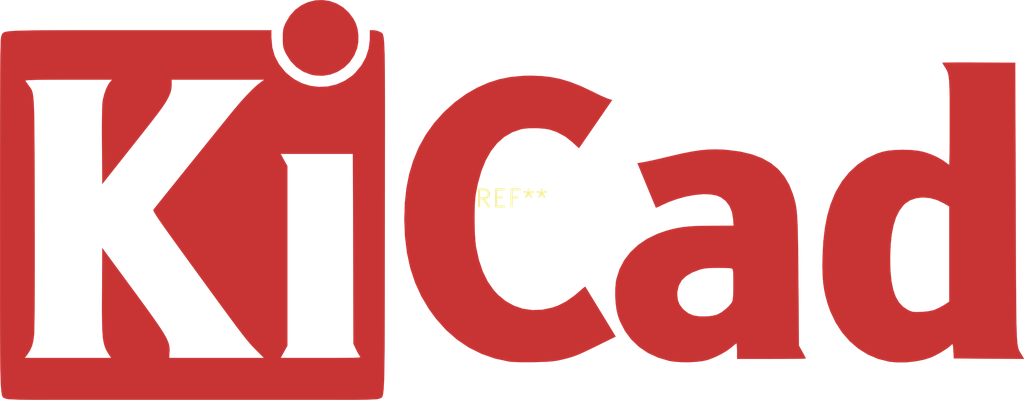
<source format=kicad_pcb>
(kicad_pcb (version 20240108) (generator pcbnew)
  (layers (0 "F.Cu" signal) (31 "B.Cu" signal) (34 "B.Paste" user) (35 "F.Paste" user) (36 "B.SilkS" user "B.Silkscreen") (37 "F.SilkS" user "F.Silkscreen") (38 "B.Mask" user) (39 "F.Mask" user) (44 "Edge.Cuts" user))
  (net 0 "")
  (footprint "KiCad-Logo_30mm_Copper" (layer "F.Cu") (at 0 0)
    (property "Reference" "REF**")
    (property "Value" "KiCad-Logo_30mm_Copper")
    (fp_poly (pts (xy -13.557109 -14.737889) (xy -13.044354 -14.560106) (xy -12.56696 -14.280276) (xy -12.140606 -13.898436) (xy -11.780967 -13.414623) (xy -11.619417 -13.109677) (xy -11.479604 -12.683142) (xy -11.411836 -12.190723) (xy -11.419342 -11.684487) (xy -11.502665 -11.225751) (xy -11.730403 -10.66519) (xy -12.060644 -10.178944) (xy -12.476602 -9.776581) (xy -12.961493 -9.467667) (xy -13.498533 -9.261769) (xy -14.070936 -9.168456) (xy -14.661917 -9.197295) (xy -14.953225 -9.258925) (xy -15.520961 -9.479772) (xy -16.025202 -9.816775) (xy -16.453785 -10.259541) (xy -16.794548 -10.797683) (xy -16.823378 -10.856451) (xy -16.923042 -11.076987) (xy -16.98562 -11.262724) (xy -17.019596 -11.458662) (xy -17.033453 -11.7098) (xy -17.035752 -11.983064) (xy -17.031949 -12.311378) (xy -17.014784 -12.548726) (xy -16.975623 -12.740618) (xy -16.90583 -12.932565) (xy -16.81968 -13.121941) (xy -16.498342 -13.659524) (xy -16.102628 -14.0948) (xy -15.648215 -14.427808) (xy -15.15078 -14.658584) (xy -14.625999 -14.787165) (xy -14.08955 -14.813587) (xy -13.557109 -14.737889)) (layer "F.Cu") (stroke (width 0.01)) (fill solid))
    (fp_poly (pts (xy 2.187983 -9.148056) (xy 2.924267 -9.067451) (xy 3.6376 -8.923176) (xy 4.357002 -8.707706) (xy 5.111491 -8.413516) (xy 5.930086 -8.033081) (xy 6.077505 -7.959391) (xy 6.415811 -7.792725) (xy 6.73488 -7.642651) (xy 7.00322 -7.523502) (xy 7.189342 -7.449612) (xy 7.217934 -7.440309) (xy 7.491936 -7.358215) (xy 6.26539 -5.573866) (xy 5.965516 -5.137762) (xy 5.691348 -4.739324) (xy 5.452209 -4.392079) (xy 5.257424 -4.109554) (xy 5.116314 -3.905275) (xy 5.038205 -3.792771) (xy 5.025515 -3.774954) (xy 4.973973 -3.812207) (xy 4.847099 -3.924198) (xy 4.667586 -4.090586) (xy 4.568516 -4.184631) (xy 4.007208 -4.63108) (xy 3.376817 -4.97033) (xy 2.833603 -5.156156) (xy 2.507519 -5.214517) (xy 2.099234 -5.250081) (xy 1.656768 -5.262189) (xy 1.228141 -5.250184) (xy 0.861373 -5.213404) (xy 0.715018 -5.185236) (xy 0.055369 -4.958288) (xy -0.539053 -4.61176) (xy -1.067809 -4.146287) (xy -1.530458 -3.562502) (xy -1.92656 -2.861039) (xy -2.255675 -2.042531) (xy -2.517363 -1.107613) (xy -2.672887 -0.307258) (xy -2.713462 0.046067) (xy -2.741108 0.502511) (xy -2.756091 1.029274) (xy -2.75868 1.593556) (xy -2.74914 2.162555) (xy -2.72774 2.703472) (xy -2.694745 3.183507) (xy -2.650424 3.569857) (xy -2.64083 3.629466) (xy -2.429372 4.589652) (xy -2.14126 5.439459) (xy -1.774741 6.182696) (xy -1.328063 6.82317) (xy -1.010999 7.169439) (xy -0.441185 7.63957) (xy 0.183721 7.988052) (xy 0.853177 8.212989) (xy 1.556642 8.312485) (xy 2.283575 8.284643) (xy 3.023434 8.127567) (xy 3.460851 7.973868) (xy 4.066166 7.666092) (xy 4.690052 7.224593) (xy 5.039525 6.926031) (xy 5.235755 6.753228) (xy 5.389927 6.626448) (xy 5.477683 6.56536) (xy 5.488576 6.563495) (xy 5.527745 6.625918) (xy 5.629233 6.790871) (xy 5.784395 7.044214) (xy 5.984585 7.371804) (xy 6.221158 7.759501) (xy 6.485468 8.193163) (xy 6.632585 8.434741) (xy 7.756318 10.280504) (xy 6.353294 10.973874) (xy 5.846012 11.222931) (xy 5.43507 11.419324) (xy 5.095349 11.572807) (xy 4.80173 11.693133) (xy 4.529092 11.790057) (xy 4.252317 11.873333) (xy 3.946285 11.952715) (xy 3.652957 12.022424) (xy 3.39224 12.076365) (xy 3.119581 12.117128) (xy 2.807685 12.146978) (xy 2.429258 12.168175) (xy 1.957004 12.182982) (xy 1.63871 12.189372) (xy 1.184559 12.193735) (xy 0.749085 12.191535) (xy 0.361108 12.183401) (xy 0.049445 12.16996) (xy -0.157084 12.151838) (xy -0.169322 12.150031) (xy -1.241771 11.918013) (xy -2.248875 11.566124) (xy -3.190278 11.094598) (xy -4.065628 10.503666) (xy -4.874569 9.793561) (xy -5.616747 8.964514) (xy -6.154251 8.227688) (xy -6.726471 7.263247) (xy -7.189026 6.244739) (xy -7.544153 5.164001) (xy -7.794089 4.012865) (xy -7.941069 2.783168) (xy -7.987376 1.534499) (xy -7.949291 0.326585) (xy -7.829609 -0.787894) (xy -7.624527 -1.827736) (xy -7.330241 -2.81174) (xy -6.94295 -3.758705) (xy -6.896705 -3.856812) (xy -6.387234 -4.7739) (xy -5.761493 -5.6466) (xy -5.037211 -6.456849) (xy -4.232114 -7.186583) (xy -3.363933 -7.817739) (xy -2.554965 -8.280714) (xy -1.737738 -8.643324) (xy -0.918776 -8.905992) (xy -0.066377 -9.075867) (xy 0.851164 -9.160099) (xy 1.399732 -9.172519) (xy 2.187983 -9.148056)) (layer "F.Cu") (stroke (width 0.01)) (fill solid))
    (fp_poly (pts (xy 34.027419 -10.160954) (xy 34.608136 -10.158572) (xy 34.805511 -10.157369) (xy 37.519624 -10.139516) (xy 37.553764 0.273119) (xy 37.558273 1.685103) (xy 37.562272 2.967162) (xy 37.566017 4.125929) (xy 37.569766 5.168035) (xy 37.573775 6.100114) (xy 37.578301 6.928797) (xy 37.583601 7.660717) (xy 37.589932 8.302506) (xy 37.597551 8.860795) (xy 37.606714 9.342219) (xy 37.617679 9.753408) (xy 37.630702 10.100995) (xy 37.646041 10.391612) (xy 37.663951 10.631891) (xy 37.68469 10.828466) (xy 37.708515 10.987968) (xy 37.735682 11.117028) (xy 37.766449 11.222281) (xy 37.801072 11.310357) (xy 37.839808 11.38789) (xy 37.882914 11.461511) (xy 37.930647 11.537852) (xy 37.983264 11.623547) (xy 37.994049 11.6418) (xy 38.174991 11.950554) (xy 35.559942 11.93267) (xy 32.944893 11.914785) (xy 32.910753 11.340357) (xy 32.892165 11.064684) (xy 32.872794 10.905307) (xy 32.84651 10.842067) (xy 32.807183 10.854807) (xy 32.774194 10.891246) (xy 32.630493 11.023979) (xy 32.396284 11.194592) (xy 32.104564 11.3827) (xy 31.78833 11.567917) (xy 31.48058 11.729858) (xy 31.244285 11.836403) (xy 30.690687 12.011487) (xy 30.055518 12.135511) (xy 29.385668 12.203736) (xy 28.728028 12.211422) (xy 28.129489 12.153832) (xy 28.119634 12.152183) (xy 27.300634 11.946674) (xy 26.53397 11.619251) (xy 25.827038 11.176952) (xy 25.187231 10.626815) (xy 24.621946 9.975879) (xy 24.138576 9.231181) (xy 23.744516 8.39976) (xy 23.529961 7.783871) (xy 23.388473 7.268614) (xy 23.283547 6.769668) (xy 23.211974 6.256726) (xy 23.170547 5.699477) (xy 23.156058 5.067612) (xy 23.162476 4.551655) (xy 28.200815 4.551655) (xy 28.224657 5.416831) (xy 28.299868 6.161169) (xy 28.42876 6.791275) (xy 28.613648 7.313755) (xy 28.856846 7.735217) (xy 29.160667 8.062265) (xy 29.511366 8.293464) (xy 29.693852 8.379774) (xy 29.852119 8.431519) (xy 30.02857 8.455192) (xy 30.265608 8.457288) (xy 30.520968 8.448071) (xy 31.023155 8.403776) (xy 31.420338 8.317034) (xy 31.545162 8.273584) (xy 31.830188 8.145256) (xy 32.130808 7.984107) (xy 32.262097 7.903441) (xy 32.603495 7.679513) (xy 32.603495 0.581766) (xy 32.227957 0.356663) (xy 31.704231 0.102307) (xy 31.169148 -0.048121) (xy 30.642275 -0.09551) (xy 30.143184 -0.040746) (xy 29.691444 0.115283) (xy 29.306623 0.37169) (xy 29.182454 0.494766) (xy 28.883156 0.898029) (xy 28.640911 1.386177) (xy 28.453695 1.967578) (xy 28.319483 2.650597) (xy 28.236251 3.443603) (xy 28.201974 4.354961) (xy 28.200815 4.551655) (xy 23.162476 4.551655) (xy 23.165148 4.33689) (xy 23.222707 3.212897) (xy 23.338446 2.19907) (xy 23.515412 1.280642) (xy 23.756654 0.442844) (xy 24.065219 -0.329092) (xy 24.17533 -0.557945) (xy 24.618853 -1.304259) (xy 25.154827 -1.967481) (xy 25.77065 -2.536906) (xy 26.45372 -3.001829) (xy 27.191436 -3.351544) (xy 27.633649 -3.495804) (xy 28.067948 -3.581444) (xy 28.590513 -3.632397) (xy 29.157537 -3.648687) (xy 29.725213 -3.630334) (xy 30.249731 -3.577362) (xy 30.670881 -3.494261) (xy 31.172145 -3.331295) (xy 31.657988 -3.121732) (xy 32.083063 -2.8868) (xy 32.309303 -2.727354) (xy 32.465361 -2.60879) (xy 32.574635 -2.536597) (xy 32.599491 -2.526344) (xy 32.607198 -2.592397) (xy 32.614384 -2.781652) (xy 32.620889 -3.080753) (xy 32.626555 -3.476343) (xy 32.631221 -3.955066) (xy 32.634729 -4.503564) (xy 32.63692 -5.108483) (xy 32.637635 -5.724632) (xy 32.637236 -6.51381) (xy 32.635272 -7.179156) (xy 32.630598 -7.733397) (xy 32.622064 -8.189259) (xy 32.608524 -8.559469) (xy 32.58883 -8.856753) (xy 32.561835 -9.093837) (xy 32.52639 -9.283449) (xy 32.481349 -9.438314) (xy 32.425564 -9.57116) (xy 32.357886 -9.694712) (xy 32.27717 -9.821698) (xy 32.266785 -9.837421) (xy 32.162679 -10.001887) (xy 32.099825 -10.11498) (xy 32.091398 -10.138835) (xy 32.157258 -10.146362) (xy 32.345173 -10.152485) (xy 32.640645 -10.157104) (xy 33.029175 -10.160122) (xy 33.496266 -10.161438) (xy 34.027419 -10.160954)) (layer "F.Cu") (stroke (width 0.01)) (fill solid))
    (fp_poly (pts (xy 15.752379 -3.65908) (xy 16.090681 -3.633472) (xy 17.058606 -3.504693) (xy 17.915805 -3.299292) (xy 18.666452 -3.014443) (xy 19.314723 -2.647319) (xy 19.864792 -2.195095) (xy 20.320836 -1.654943) (xy 20.68703 -1.024039) (xy 20.95443 -0.341398) (xy 21.022305 -0.123646) (xy 21.081411 0.080268) (xy 21.132444 0.281323) (xy 21.1761 0.490498) (xy 21.213076 0.718771) (xy 21.24407 0.977119) (xy 21.269778 1.276523) (xy 21.290897 1.627958) (xy 21.308123 2.042405) (xy 21.322154 2.530841) (xy 21.333685 3.104245) (xy 21.343415 3.773594) (xy 21.35204 4.549868) (xy 21.360256 5.444045) (xy 21.36613 6.145162) (xy 21.405646 10.958871) (xy 21.661694 11.422109) (xy 21.782939 11.645278) (xy 21.873166 11.818621) (xy 21.91621 11.910885) (xy 21.917742 11.917136) (xy 21.851951 11.924288) (xy 21.664529 11.930879) (xy 21.370403 11.936722) (xy 20.984502 11.941632) (xy 20.521752 11.945425) (xy 19.997083 11.947914) (xy 19.42542 11.948914) (xy 19.357259 11.948925) (xy 16.796775 11.948925) (xy 16.796775 11.368549) (xy 16.792409 11.106267) (xy 16.780757 10.905678) (xy 16.763992 10.798129) (xy 16.756582 10.788172) (xy 16.68881 10.829876) (xy 16.549329 10.939328) (xy 16.36804 11.09304) (xy 16.363975 11.096595) (xy 16.033145 11.3429) (xy 15.615334 11.590223) (xy 15.157751 11.814266) (xy 14.707608 11.990733) (xy 14.509409 12.051037) (xy 14.114979 12.127629) (xy 13.630995 12.176505) (xy 13.101761 12.196967) (xy 12.571581 12.188319) (xy 12.084762 12.149863) (xy 11.744087 12.094527) (xy 10.908637 11.849191) (xy 10.156509 11.499548) (xy 9.4926 11.049935) (xy 8.921804 10.504691) (xy 8.449016 9.868154) (xy 8.079133 9.14466) (xy 7.919563 8.705645) (xy 7.819559 8.278942) (xy 7.753284 7.766696) (xy 7.722619 7.21616) (xy 7.723628 7.136052) (xy 12.341533 7.136052) (xy 12.379827 7.545133) (xy 12.507338 7.885106) (xy 12.743013 8.20052) (xy 12.833529 8.293009) (xy 13.155302 8.543052) (xy 13.527213 8.703235) (xy 13.972785 8.780774) (xy 14.441998 8.786482) (xy 14.887037 8.748786) (xy 15.227782 8.675052) (xy 15.375766 8.619672) (xy 15.642489 8.46874) (xy 15.925094 8.256474) (xy 16.182939 8.018239) (xy 16.375378 7.789401) (xy 16.426479 7.705454) (xy 16.466203 7.587894) (xy 16.494446 7.400832) (xy 16.512524 7.126401) (xy 16.521752 6.74673) (xy 16.523656 6.385388) (xy 16.522366 5.964111) (xy 16.517153 5.659497) (xy 16.506006 5.451665) (xy 16.486915 5.320731) (xy 16.457867 5.246815) (xy 16.416853 5.210032) (xy 16.404167 5.204175) (xy 16.293928 5.186132) (xy 16.076503 5.171376) (xy 15.781253 5.161234) (xy 15.437537 5.157038) (xy 15.362904 5.157034) (xy 14.903466 5.164366) (xy 14.548519 5.186174) (xy 14.266479 5.225443) (xy 14.033507 5.282795) (xy 13.455616 5.501339) (xy 13.002434 5.770026) (xy 12.670038 6.093155) (xy 12.454504 6.475025) (xy 12.351907 6.919931) (xy 12.341533 7.136052) (xy 7.723628 7.136052) (xy 7.729442 6.674585) (xy 7.775633 6.189222) (xy 7.811662 5.99313) (xy 8.041726 5.265044) (xy 8.39156 4.595135) (xy 8.85456 3.98983) (xy 9.424122 3.455553) (xy 10.093643 2.99873) (xy 10.856519 2.625787) (xy 11.505108 2.399318) (xy 11.938586 2.28034) (xy 12.353207 2.187889) (xy 12.775824 2.118964) (xy 13.233295 2.070561) (xy 13.752475 2.039679) (xy 14.360219 2.023316) (xy 14.909682 2.018708) (xy 16.538987 2.014248) (xy 16.507775 1.524495) (xy 16.419144 0.993107) (xy 16.230604 0.536359) (xy 15.950184 0.165655) (xy 15.585911 -0.1076) (xy 15.265161 -0.240939) (xy 14.805589 -0.324975) (xy 14.258486 -0.337043) (xy 13.649501 -0.281591) (xy 13.004278 -0.16307) (xy 12.348464 0.014073) (xy 11.707706 0.245389) (xy 11.242062 0.456945) (xy 11.018029 0.565579) (xy 10.847148 0.641452) (xy 10.760245 0.671058) (xy 10.755528 0.670108) (xy 10.72554 0.603795) (xy 10.650657 0.428025) (xy 10.537926 0.159639) (xy 10.394394 -0.184525) (xy 10.227107 -0.587626) (xy 10.057062 -0.999011) (xy 9.377244 -2.646679) (xy 9.8608 -2.726103) (xy 10.070388 -2.765952) (xy 10.385458 -2.832882) (xy 10.779021 -2.920816) (xy 11.224085 -3.023679) (xy 11.69366 -3.135394) (xy 11.880646 -3.180792) (xy 12.689597 -3.368421) (xy 13.397832 -3.509094) (xy 14.031788 -3.605653) (xy 14.617906 -3.660942) (xy 15.182623 -3.677804) (xy 15.752379 -3.65908)) (layer "F.Cu") (stroke (width 0.01)) (fill solid))
    (fp_poly (pts (xy -29.618613 -12.563646) (xy -28.303107 -12.563468) (xy -27.690756 -12.563441) (xy -17.889247 -12.563441) (xy -17.889247 -11.985665) (xy -17.827578 -11.282559) (xy -17.641458 -10.634102) (xy -17.329214 -10.036439) (xy -16.889174 -9.485715) (xy -16.740294 -9.336975) (xy -16.204737 -8.915072) (xy -15.614222 -8.607369) (xy -14.98629 -8.413725) (xy -14.33848 -8.334001) (xy -13.688331 -8.368059) (xy -13.053381 -8.515757) (xy -12.45117 -8.776956) (xy -11.899237 -9.151517) (xy -11.651356 -9.377497) (xy -11.189432 -9.931559) (xy -10.850708 -10.540846) (xy -10.638139 -11.198393) (xy -10.554679 -11.897234) (xy -10.553569 -11.965983) (xy -10.549193 -12.563419) (xy -10.28661 -12.56343) (xy -10.053674 -12.531816) (xy -9.840888 -12.454898) (xy -9.826826 -12.446951) (xy -9.778767 -12.422015) (xy -9.734635 -12.402594) (xy -9.694269 -12.383033) (xy -9.657511 -12.357674) (xy -9.624201 -12.320861) (xy -9.594179 -12.266937) (xy -9.567287 -12.190246) (xy -9.543364 -12.085131) (xy -9.52225 -11.945935) (xy -9.503788 -11.767002) (xy -9.487816 -11.542674) (xy -9.474176 -11.267295) (xy -9.462708 -10.935209) (xy -9.453252 -10.540759) (xy -9.445649 -10.078288) (xy -9.43974 -9.542139) (xy -9.435365 -8.926656) (xy -9.432365 -8.226182) (xy -9.430579 -7.435061) (xy -9.429849 -6.547635) (xy -9.430015 -5.558248) (xy -9.430918 -4.461244) (xy -9.432398 -3.250965) (xy -9.434295 -1.921755) (xy -9.43645 -0.467958) (xy -9.438704 1.116084) (xy -9.438966 1.309073) (xy -9.440987 2.903217) (xy -9.442702 4.366457) (xy -9.444292 5.704446) (xy -9.445939 6.92284) (xy -9.447825 8.027292) (xy -9.450131 9.023456) (xy -9.453039 9.916987) (xy -9.45673 10.713539) (xy -9.461386 11.418765) (xy -9.467189 12.03832) (xy -9.47432 12.577858) (xy -9.482961 13.043033) (xy -9.493293 13.4395) (xy -9.505498 13.772911) (xy -9.519758 14.048923) (xy -9.536254 14.273188) (xy -9.555167 14.45136) (xy -9.57668 14.589095) (xy -9.600974 14.692045) (xy -9.62823 14.765866) (xy -9.658631 14.816211) (xy -9.692357 14.848734) (xy -9.72959 14.86909) (xy -9.770513 14.882933) (xy -9.815306 14.895916) (xy -9.864151 14.913694) (xy -9.876083 14.919106) (xy -9.913584 14.931267) (xy -9.976351 14.94244) (xy -10.069863 14.952666) (xy -10.199602 14.961983) (xy -10.371048 14.970432) (xy -10.589681 14.978053) (xy -10.860983 14.984885) (xy -11.190433 14.990969) (xy -11.583513 14.996343) (xy -12.045702 15.001048) (xy -12.582482 15.005123) (xy -13.199332 15.008609) (xy -13.901734 15.011544) (xy -14.695168 15.013969) (xy -15.585115 15.015924) (xy -16.577054 15.017449) (xy -17.676468 15.018582) (xy -18.888836 15.019364) (xy -20.219638 15.019835) (xy -21.674356 15.020034) (xy -23.25847 15.020001) (xy -23.771609 15.019951) (xy -25.390865 15.019691) (xy -26.879109 15.019266) (xy -28.241886 15.018632) (xy -29.484742 15.017747) (xy -30.613223 15.016566) (xy -31.632877 15.015047) (xy -32.549247 15.013146) (xy -33.367882 15.010819) (xy -34.094327 15.008024) (xy -34.734128 15.004717) (xy -35.292831 15.000854) (xy -35.775983 14.996393) (xy -36.189129 14.99129) (xy -36.537816 14.985502) (xy -36.82759 14.978985) (xy -37.063997 14.971696) (xy -37.252583 14.963592) (xy -37.398894 14.954629) (xy -37.508477 14.944764) (xy -37.586877 14.933954) (xy -37.639641 14.922155) (xy -37.668405 14.911351) (xy -37.719527 14.889791) (xy -37.766466 14.873893) (xy -37.809399 14.858009) (xy -37.848504 14.836494) (xy -37.883959 14.803701) (xy -37.915941 14.753985) (xy -37.944629 14.681699) (xy -37.970199 14.581197) (xy -37.99283 14.446834) (xy -38.012699 14.272962) (xy -38.029983 14.053936) (xy -38.044862 13.784111) (xy -38.057512 13.457838) (xy -38.068111 13.069473) (xy -38.076836 12.61337) (xy -38.083866 12.083882) (xy -38.085706 11.880645) (xy -36.263401 11.880645) (xy -29.822466 11.880645) (xy -29.946401 11.692877) (xy -30.069692 11.49992) (xy -30.174097 11.316174) (xy -30.261101 11.128782) (xy -30.33219 10.924883) (xy -30.388848 10.69162) (xy -30.432561 10.416132) (xy -30.464813 10.085562) (xy -30.48709 9.687051) (xy -30.500877 9.207739) (xy -30.507659 8.634769) (xy -30.50892 7.95528) (xy -30.506146 7.156415) (xy -30.504573 6.85983) (xy -30.486827 3.680309) (xy -28.47258 6.422527) (xy -27.901947 7.200459) (xy -27.407562 7.877858) (xy -26.984086 8.463697) (xy -26.626182 8.966951) (xy -26.328511 9.396594) (xy -26.085735 9.761601) (xy -25.892516 10.070946) (xy -25.743515 10.333604) (xy -25.633396 10.55855) (xy -25.556818 10.754757) (xy -25.508444 10.931201) (xy -25.482937 11.096855) (xy -25.474957 11.260694) (xy -25.479166 11.431693) (xy -25.480241 11.453186) (xy -25.502419 11.880932) (xy -21.973089 11.880789) (xy -18.44376 11.880645) (xy -18.968788 11.35125) (xy -19.111258 11.206456) (xy -19.246414 11.065564) (xy -19.380187 10.920806) (xy -19.518509 10.764411) (xy -19.667312 10.588609) (xy -19.832526 10.385629) (xy -20.020084 10.147702) (xy -20.235917 9.867057) (xy -20.485955 9.535925) (xy -20.776132 9.146535) (xy -21.112378 8.691117) (xy -21.500625 8.1619) (xy -21.946804 7.551116) (xy -22.456847 6.850993) (xy -23.036686 6.053762) (xy -23.511953 5.3998) (xy -24.108429 4.57823) (xy -24.628769 3.859893) (xy -25.077685 3.237968) (xy -25.45989 2.705635) (xy -25.7801 2.256075) (xy -26.043028 1.882467) (xy -26.253387 1.577991) (xy -26.415891 1.335827) (xy -26.535255 1.149156) (xy -26.616191 1.011158) (xy -26.663414 0.915011) (xy -26.681637 0.853897) (xy -26.676159 0.821766) (xy -26.609781 0.736261) (xy -26.466268 0.55527) (xy -26.254281 0.289551) (xy -25.982478 -0.050137) (xy -25.659518 -0.453038) (xy -25.294063 -0.908393) (xy -24.89477 -1.405443) (xy -24.4703 -1.933432) (xy -24.029312 -2.481601) (xy -23.580466 -3.039191) (xy -23.333584 -3.345699) (xy -17.203867 -3.345699) (xy -16.949111 -2.884812) (xy -16.694354 -2.423924) (xy -16.694354 10.958871) (xy -16.949111 11.419758) (xy -17.203867 11.880645) (xy -14.190276 11.880645) (xy -13.47085 11.880436) (xy -12.876615 11.879492) (xy -12.396202 11.877339) (xy -12.018243 11.8735) (xy -11.731369 11.867501) (xy -11.524212 11.858867) (xy -11.385402 11.847123) (xy -11.303573 11.831793) (xy -11.267355 11.812404) (xy -11.26538 11.788479) (xy -11.28628 11.759543) (xy -11.286496 11.759304) (xy -11.372588 11.634768) (xy -11.48659 11.432276) (xy -11.587267 11.230138) (xy -11.778225 10.822312) (xy -11.797701 3.738307) (xy -11.817176 -3.345699) (xy -17.203867 -3.345699) (xy -23.333584 -3.345699) (xy -23.132421 -3.595446) (xy -22.693837 -4.139607) (xy -22.273373 -4.660916) (xy -21.87969 -5.148615) (xy -21.521445 -5.591947) (xy -21.2073 -5.980153) (xy -20.945914 -6.302474) (xy -20.745945 -6.548155) (xy -20.628492 -6.691398) (xy -20.172406 -7.227048) (xy -19.733629 -7.710424) (xy -19.327537 -8.1257) (xy -18.969511 -8.45705) (xy -18.715427 -8.660196) (xy -18.414994 -8.876344) (xy -25.324597 -8.876344) (xy -25.322658 -8.470884) (xy -25.341969 -8.172792) (xy -25.414569 -7.896433) (xy -25.526954 -7.634459) (xy -25.600008 -7.48646) (xy -25.678555 -7.339813) (xy -25.76977 -7.184783) (xy -25.880827 -7.011636) (xy -26.018902 -6.810635) (xy -26.19117 -6.572046) (xy -26.404807 -6.286133) (xy -26.666987 -5.943161) (xy -26.984887 -5.533394) (xy -27.365681 -5.047098) (xy -27.816544 -4.474538) (xy -28.344652 -3.805977) (xy -28.404301 -3.730542) (xy -30.486827 -1.097013) (xy -30.506988 -4.013694) (xy -30.511047 -4.887326) (xy -30.510183 -5.626924) (xy -30.504353 -6.234925) (xy -30.493515 -6.713768) (xy -30.477626 -7.06589) (xy -30.456646 -7.293729) (xy -30.449594 -7.336949) (xy -30.338959 -7.792207) (xy -30.194002 -8.202624) (xy -30.02859 -8.532614) (xy -29.929217 -8.67257) (xy -29.757753 -8.876344) (xy -33.011132 -8.876344) (xy -33.78721 -8.87568) (xy -34.436192 -8.873521) (xy -34.967533 -8.869614) (xy -35.390689 -8.863707) (xy -35.715118 -8.855548) (xy -35.950276 -8.844886) (xy -36.105618 -8.831468) (xy -36.190602 -8.815041) (xy -36.214683 -8.795355) (xy -36.213018 -8.790994) (xy -36.144049 -8.686891) (xy -36.028908 -8.521879) (xy -35.969337 -8.438423) (xy -35.907746 -8.35514) (xy -35.852386 -8.280664) (xy -35.802908 -8.207666) (xy -35.758962 -8.128815) (xy -35.720201 -8.036783) (xy -35.686276 -7.924242) (xy -35.656838 -7.783861) (xy -35.631539 -7.608311) (xy -35.61003 -7.390264) (xy -35.591963 -7.122391) (xy -35.576989 -6.797361) (xy -35.564759 -6.407846) (xy -35.554926 -5.946518) (xy -35.54714 -5.406046) (xy -35.541053 -4.779101) (xy -35.536317 -4.058355) (xy -35.532582 -3.236478) (xy -35.529501 -2.306141) (xy -35.526724 -1.260015) (xy -35.523904 -0.090771) (xy -35.521267 0.983386) (xy -35.518778 2.180883) (xy -35.517484 3.323407) (xy -35.517351 4.40366) (xy -35.518343 5.414345) (xy -35.520428 6.348163) (xy -35.52357 7.197817) (xy -35.527734 7.95601) (xy -35.532888 8.615443) (xy -35.538996 9.168819) (xy -35.546024 9.608839) (xy -35.553937 9.928207) (xy -35.562702 10.119624) (xy -35.564361 10.139854) (xy -35.62476 10.60392) (xy -35.719057 10.976617) (xy -35.862658 11.301877) (xy -36.07097 11.623631) (xy -36.097026 11.658737) (xy -36.263401 11.880645) (xy -38.085706 11.880645) (xy -38.089378 11.475363) (xy -38.09355 10.782168) (xy -38.09656 9.998649) (xy -38.098585 9.119161) (xy -38.099802 8.138058) (xy -38.10039 7.049693) (xy -38.100526 5.848421) (xy -38.100389 4.528595) (xy -38.100156 3.08457) (xy -38.100004 1.510699) (xy -38.099999 1.198253) (xy -38.099911 -0.392194) (xy -38.099615 -1.851686) (xy -38.099069 -3.185829) (xy -38.098229 -4.400227) (xy -38.097052 -5.500486) (xy -38.095494 -6.492209) (xy -38.093513 -7.381002) (xy -38.091063 -8.172469) (xy -38.088102 -8.872216) (xy -38.084587 -9.485846) (xy -38.080474 -10.018966) (xy -38.075719 -10.477178) (xy -38.07028 -10.86609) (xy -38.064111 -11.191304) (xy -38.057171 -11.458426) (xy -38.049416 -11.673061) (xy -38.040801 -11.840813) (xy -38.031285 -11.967288) (xy -38.020822 -12.05809) (xy -38.00937 -12.118823) (xy -37.996886 -12.155093) (xy -37.996424 -12.155998) (xy -37.97071 -12.211406) (xy -37.949293 -12.261569) (xy -37.925601 -12.306746) (xy -37.893062 -12.347198) (xy -37.845107 -12.383184) (xy -37.775161 -12.414965) (xy -37.676656 -12.442799) (xy -37.543017 -12.466948) (xy -37.367675 -12.48767) (xy -37.144057 -12.505225) (xy -36.865592 -12.519873) (xy -36.525709 -12.531875) (xy -36.117835 -12.54149) (xy -35.6354 -12.548977) (xy -35.071831 -12.554596) (xy -34.420558 -12.558608) (xy -33.675008 -12.561272) (xy -32.82861 -12.562848) (xy -31.874792 -12.563596) (xy -30.806984 -12.563775) (xy -29.618613 -12.563646)) (layer "F.Cu") (stroke (width 0.01)) (fill solid))
  )
)
</source>
